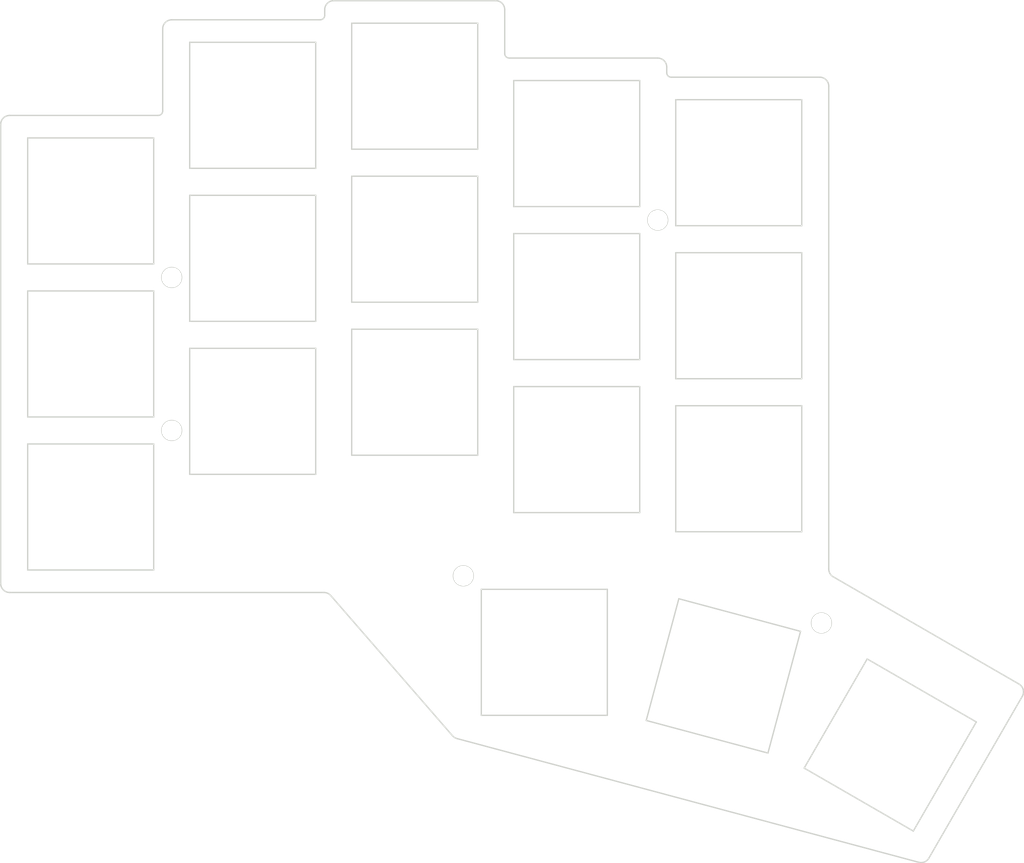
<source format=kicad_pcb>
(kicad_pcb (version 20240108) (generator "pcbnew") (generator_version "8.0")
  (title_block (title "frontplate") (date "2024-12-31") (rev "0.2") (company "ceoloide"))
  (layers (0 "F.Cu" signal) (31 "B.Cu" signal) (34 "B.Paste" user) (35 "F.Paste" user) (36 "B.SilkS" user "B.Silkscreen") (37 "F.SilkS" user "F.Silkscreen") (38 "B.Mask" user) (39 "F.Mask" user) (44 "Edge.Cuts" user))
  (net 0 "")
  (footprint "ceoloide:mounting_hole_npth" (layer "F.Cu") (at 181.186589 112.888004 -15)
    (property "Reference" "MH5" (hide yes))
    (property "Value" "")
    (pad "" np_thru_hole circle (at 0 0 345) (size 2.2 2.2) (drill 2.2) (layers "*.Cu" "*.Mask"))
  )
  (footprint "ceoloide:mounting_hole_npth" (layer "F.Cu") (at 141.4 107.65)
    (property "Reference" "MH4" (hide yes))
    (property "Value" "")
    (pad "" np_thru_hole circle (at 0 0) (size 2.2 2.2) (drill 2.2) (layers "*.Cu" "*.Mask"))
  )
  (footprint "ceoloide:mounting_hole_npth" (layer "F.Cu") (at 163 68.125)
    (property "Reference" "MH3" (hide yes))
    (property "Value" "")
    (pad "" np_thru_hole circle (at 0 0) (size 2.2 2.2) (drill 2.2) (layers "*.Cu" "*.Mask"))
  )
  (footprint "ceoloide:mounting_hole_npth" (layer "F.Cu") (at 109 91.5)
    (property "Reference" "MH2" (hide yes))
    (property "Value" "")
    (pad "" np_thru_hole circle (at 0 0) (size 2.2 2.2) (drill 2.2) (layers "*.Cu" "*.Mask"))
  )
  (footprint "ceoloide:mounting_hole_npth" (layer "F.Cu") (at 109 74.5)
    (property "Reference" "MH1" (hide yes))
    (property "Value" "")
    (pad "" np_thru_hole circle (at 0 0) (size 2.2 2.2) (drill 2.2) (layers "*.Cu" "*.Mask"))
  )
  (gr_line (start 125 48.375) (end 111 48.375) (stroke (width 0.15)) (layer "Edge.Cuts"))
  (gr_line (start 193.124811 139.010244) (end 203.5 121.039889) (stroke (width 0.15)) (layer "Edge.Cuts"))
  (gr_line (start 147 100.625) (end 161 100.625) (stroke (width 0.15)) (layer "Edge.Cuts"))
  (gr_line (start 165 71.75) (end 165 85.75) (stroke (width 0.15)) (layer "Edge.Cuts"))
  (gr_line (start 129 60.25) (end 143 60.25) (stroke (width 0.15)) (layer "Edge.Cuts"))
  (gr_circle (center 181.186589 112.888004) (end 182.286589 112.888004) (stroke (width 0.15)) (fill none) (layer "Edge.Cuts"))
  (gr_line (start 125.5 45.875) (end 109 45.875) (stroke (width 0.15)) (layer "Edge.Cuts"))
  (gr_arc (start 140.695574 125.729199) (mid 140.424268 125.611187) (end 140.19936 125.41896) (stroke (width 0.15)) (layer "Edge.Cuts"))
  (gr_line (start 111 96.375) (end 125 96.375) (stroke (width 0.15)) (layer "Edge.Cuts"))
  (gr_line (start 125 79.375) (end 125 65.375) (stroke (width 0.15)) (layer "Edge.Cuts"))
  (gr_line (start 161.72008 123.718749) (end 175.243042 127.342216) (stroke (width 0.15)) (layer "Edge.Cuts"))
  (gr_circle (center 109 74.5) (end 110.1 74.5) (stroke (width 0.15)) (fill none) (layer "Edge.Cuts"))
  (gr_line (start 125 62.375) (end 125 48.375) (stroke (width 0.15)) (layer "Edge.Cuts"))
  (gr_line (start 175.243042 127.342216) (end 178.866508 113.819254) (stroke (width 0.15)) (layer "Edge.Cuts"))
  (gr_line (start 143.4 109.15) (end 143.4 123.15) (stroke (width 0.15)) (layer "Edge.Cuts"))
  (gr_line (start 145 43.75) (end 127 43.75) (stroke (width 0.15)) (layer "Edge.Cuts"))
  (gr_line (start 107.5 56.5) (end 91 56.5) (stroke (width 0.15)) (layer "Edge.Cuts"))
  (gr_line (start 140.19936 125.41896) (end 126.674009 109.844313) (stroke (width 0.15)) (layer "Edge.Cuts"))
  (gr_line (start 147 52.625) (end 147 66.625) (stroke (width 0.15)) (layer "Edge.Cuts"))
  (gr_line (start 161 69.625) (end 147 69.625) (stroke (width 0.15)) (layer "Edge.Cuts"))
  (gr_line (start 191.999967 139.476169) (end 140.695574 125.729199) (stroke (width 0.15)) (layer "Edge.Cuts"))
  (gr_line (start 129 80.25) (end 129 94.25) (stroke (width 0.15)) (layer "Edge.Cuts"))
  (gr_line (start 111 82.375) (end 111 96.375) (stroke (width 0.15)) (layer "Edge.Cuts"))
  (gr_line (start 165.343547 110.195788) (end 161.72008 123.718749) (stroke (width 0.15)) (layer "Edge.Cuts"))
  (gr_line (start 93 93) (end 93 107) (stroke (width 0.15)) (layer "Edge.Cuts"))
  (gr_arc (start 91 109.5) (mid 90.292893 109.207107) (end 90 108.5) (stroke (width 0.15)) (layer "Edge.Cuts"))
  (gr_line (start 191.393071 136.009705) (end 198.393071 123.885349) (stroke (width 0.15)) (layer "Edge.Cuts"))
  (gr_line (start 179 71.75) (end 165 71.75) (stroke (width 0.15)) (layer "Edge.Cuts"))
  (gr_line (start 111 65.375) (end 111 79.375) (stroke (width 0.15)) (layer "Edge.Cuts"))
  (gr_line (start 157.4 123.15) (end 157.4 109.15) (stroke (width 0.15)) (layer "Edge.Cuts"))
  (gr_line (start 146 49.625) (end 146 44.75) (stroke (width 0.15)) (layer "Edge.Cuts"))
  (gr_line (start 111 79.375) (end 125 79.375) (stroke (width 0.15)) (layer "Edge.Cuts"))
  (gr_arc (start 125.918976 109.5) (mid 126.333899 109.590133) (end 126.674009 109.844313) (stroke (width 0.15)) (layer "Edge.Cuts"))
  (gr_arc (start 108 46.875) (mid 108.292893 46.167893) (end 109 45.875) (stroke (width 0.15)) (layer "Edge.Cuts"))
  (gr_line (start 111 62.375) (end 125 62.375) (stroke (width 0.15)) (layer "Edge.Cuts"))
  (gr_line (start 107 73) (end 107 59) (stroke (width 0.15)) (layer "Edge.Cuts"))
  (gr_line (start 93 76) (end 93 90) (stroke (width 0.15)) (layer "Edge.Cuts"))
  (gr_line (start 111 48.375) (end 111 62.375) (stroke (width 0.15)) (layer "Edge.Cuts"))
  (gr_line (start 179 85.75) (end 179 71.75) (stroke (width 0.15)) (layer "Edge.Cuts"))
  (gr_arc (start 164.5 52.25) (mid 164.146447 52.103553) (end 164 51.75) (stroke (width 0.15)) (layer "Edge.Cuts"))
  (gr_line (start 143.4 123.15) (end 157.4 123.15) (stroke (width 0.15)) (layer "Edge.Cuts"))
  (gr_line (start 178.866508 113.819254) (end 165.343547 110.195788) (stroke (width 0.15)) (layer "Edge.Cuts"))
  (gr_arc (start 181 52.25) (mid 181.707107 52.542893) (end 182 53.25) (stroke (width 0.15)) (layer "Edge.Cuts"))
  (gr_circle (center 109 91.5) (end 110.1 91.5) (stroke (width 0.15)) (fill none) (layer "Edge.Cuts"))
  (gr_arc (start 163 50.125) (mid 163.707107 50.417893) (end 164 51.125) (stroke (width 0.15)) (layer "Edge.Cuts"))
  (gr_line (start 165 68.75) (end 179 68.75) (stroke (width 0.15)) (layer "Edge.Cuts"))
  (gr_line (start 198.393071 123.885349) (end 186.268716 116.885349) (stroke (width 0.15)) (layer "Edge.Cuts"))
  (gr_arc (start 126 44.75) (mid 126.292893 44.042893) (end 127 43.75) (stroke (width 0.15)) (layer "Edge.Cuts"))
  (gr_line (start 182.5 107.760833) (end 203.133975 119.673864) (stroke (width 0.15)) (layer "Edge.Cuts"))
  (gr_line (start 147 66.625) (end 161 66.625) (stroke (width 0.15)) (layer "Edge.Cuts"))
  (gr_line (start 143 60.25) (end 143 46.25) (stroke (width 0.15)) (layer "Edge.Cuts"))
  (gr_line (start 143 80.25) (end 129 80.25) (stroke (width 0.15)) (layer "Edge.Cuts"))
  (gr_line (start 129 94.25) (end 143 94.25) (stroke (width 0.15)) (layer "Edge.Cuts"))
  (gr_line (start 179.268716 129.009705) (end 191.393071 136.009705) (stroke (width 0.15)) (layer "Edge.Cuts"))
  (gr_line (start 143 46.25) (end 129 46.25) (stroke (width 0.15)) (layer "Edge.Cuts"))
  (gr_line (start 107 93) (end 93 93) (stroke (width 0.15)) (layer "Edge.Cuts"))
  (gr_arc (start 126 45.375) (mid 125.853553 45.728553) (end 125.5 45.875) (stroke (width 0.15)) (layer "Edge.Cuts"))
  (gr_arc (start 203.133975 119.673864) (mid 203.59992 120.28107) (end 203.5 121.039889) (stroke (width 0.15)) (layer "Edge.Cuts"))
  (gr_line (start 107 107) (end 107 93) (stroke (width 0.15)) (layer "Edge.Cuts"))
  (gr_arc (start 193.124811 139.010244) (mid 192.641465 139.434097) (end 191.999967 139.476169) (stroke (width 0.15)) (layer "Edge.Cuts"))
  (gr_line (start 129 46.25) (end 129 60.25) (stroke (width 0.15)) (layer "Edge.Cuts"))
  (gr_line (start 161 52.625) (end 147 52.625) (stroke (width 0.15)) (layer "Edge.Cuts"))
  (gr_line (start 107 90) (end 107 76) (stroke (width 0.15)) (layer "Edge.Cuts"))
  (gr_arc (start 90 57.5) (mid 90.292893 56.792893) (end 91 56.5) (stroke (width 0.15)) (layer "Edge.Cuts"))
  (gr_line (start 165 85.75) (end 179 85.75) (stroke (width 0.15)) (layer "Edge.Cuts"))
  (gr_line (start 147 83.625) (end 161 83.625) (stroke (width 0.15)) (layer "Edge.Cuts"))
  (gr_line (start 161 86.625) (end 147 86.625) (stroke (width 0.15)) (layer "Edge.Cuts"))
  (gr_line (start 107 76) (end 93 76) (stroke (width 0.15)) (layer "Edge.Cuts"))
  (gr_line (start 143 77.25) (end 143 63.25) (stroke (width 0.15)) (layer "Edge.Cuts"))
  (gr_arc (start 145 43.75) (mid 145.707107 44.042893) (end 146 44.75) (stroke (width 0.15)) (layer "Edge.Cuts"))
  (gr_line (start 179 68.75) (end 179 54.75) (stroke (width 0.15)) (layer "Edge.Cuts"))
  (gr_line (start 143 63.25) (end 129 63.25) (stroke (width 0.15)) (layer "Edge.Cuts"))
  (gr_line (start 163 50.125) (end 146.5 50.125) (stroke (width 0.15)) (layer "Edge.Cuts"))
  (gr_line (start 108 46.875) (end 108 56) (stroke (width 0.15)) (layer "Edge.Cuts"))
  (gr_line (start 143 94.25) (end 143 80.25) (stroke (width 0.15)) (layer "Edge.Cuts"))
  (gr_line (start 91 109.5) (end 125.918976 109.5) (stroke (width 0.15)) (layer "Edge.Cuts"))
  (gr_line (start 186.268716 116.885349) (end 179.268716 129.009705) (stroke (width 0.15)) (layer "Edge.Cuts"))
  (gr_line (start 179 102.75) (end 179 88.75) (stroke (width 0.15)) (layer "Edge.Cuts"))
  (gr_line (start 93 59) (end 93 73) (stroke (width 0.15)) (layer "Edge.Cuts"))
  (gr_line (start 179 54.75) (end 165 54.75) (stroke (width 0.15)) (layer "Edge.Cuts"))
  (gr_line (start 93 90) (end 107 90) (stroke (width 0.15)) (layer "Edge.Cuts"))
  (gr_line (start 147 69.625) (end 147 83.625) (stroke (width 0.15)) (layer "Edge.Cuts"))
  (gr_arc (start 146.5 50.125) (mid 146.146447 49.978553) (end 146 49.625) (stroke (width 0.15)) (layer "Edge.Cuts"))
  (gr_line (start 90 108.5) (end 90 57.5) (stroke (width 0.15)) (layer "Edge.Cuts"))
  (gr_line (start 125 65.375) (end 111 65.375) (stroke (width 0.15)) (layer "Edge.Cuts"))
  (gr_arc (start 182.5 107.760833) (mid 182.133972 107.394808) (end 182 106.894808) (stroke (width 0.15)) (layer "Edge.Cuts"))
  (gr_line (start 157.4 109.15) (end 143.4 109.15) (stroke (width 0.15)) (layer "Edge.Cuts"))
  (gr_circle (center 141.4 107.65) (end 142.5 107.65) (stroke (width 0.15)) (fill none) (layer "Edge.Cuts"))
  (gr_line (start 182 106.894808) (end 182 53.25) (stroke (width 0.15)) (layer "Edge.Cuts"))
  (gr_circle (center 163 68.125) (end 164.1 68.125) (stroke (width 0.15)) (fill none) (layer "Edge.Cuts"))
  (gr_line (start 165 102.75) (end 179 102.75) (stroke (width 0.15)) (layer "Edge.Cuts"))
  (gr_line (start 107 59) (end 93 59) (stroke (width 0.15)) (layer "Edge.Cuts"))
  (gr_arc (start 108 56) (mid 107.853553 56.353553) (end 107.5 56.5) (stroke (width 0.15)) (layer "Edge.Cuts"))
  (gr_line (start 161 100.625) (end 161 86.625) (stroke (width 0.15)) (layer "Edge.Cuts"))
  (gr_line (start 125 96.375) (end 125 82.375) (stroke (width 0.15)) (layer "Edge.Cuts"))
  (gr_line (start 161 66.625) (end 161 52.625) (stroke (width 0.15)) (layer "Edge.Cuts"))
  (gr_line (start 147 86.625) (end 147 100.625) (stroke (width 0.15)) (layer "Edge.Cuts"))
  (gr_line (start 129 77.25) (end 143 77.25) (stroke (width 0.15)) (layer "Edge.Cuts"))
  (gr_line (start 165 88.75) (end 165 102.75) (stroke (width 0.15)) (layer "Edge.Cuts"))
  (gr_line (start 164 51.75) (end 164 51.125) (stroke (width 0.15)) (layer "Edge.Cuts"))
  (gr_line (start 126 44.75) (end 126 45.375) (stroke (width 0.15)) (layer "Edge.Cuts"))
  (gr_line (start 161 83.625) (end 161 69.625) (stroke (width 0.15)) (layer "Edge.Cuts"))
  (gr_line (start 93 107) (end 107 107) (stroke (width 0.15)) (layer "Edge.Cuts"))
  (gr_line (start 129 63.25) (end 129 77.25) (stroke (width 0.15)) (layer "Edge.Cuts"))
  (gr_line (start 181 52.25) (end 164.5 52.25) (stroke (width 0.15)) (layer "Edge.Cuts"))
  (gr_line (start 93 73) (end 107 73) (stroke (width 0.15)) (layer "Edge.Cuts"))
  (gr_line (start 165 54.75) (end 165 68.75) (stroke (width 0.15)) (layer "Edge.Cuts"))
  (gr_line (start 125 82.375) (end 111 82.375) (stroke (width 0.15)) (layer "Edge.Cuts"))
  (gr_line (start 179 88.75) (end 165 88.75) (stroke (width 0.15)) (layer "Edge.Cuts"))
)
</source>
